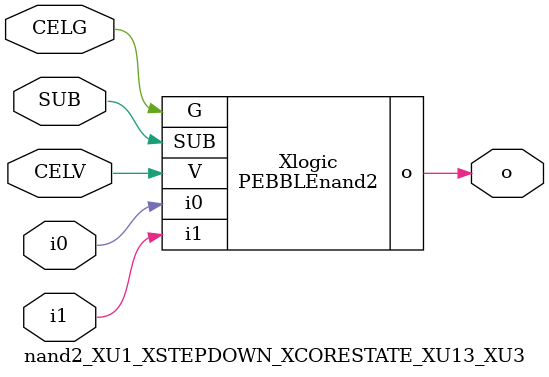
<source format=v>



module PEBBLEnand2 ( o, G, SUB, V, i0, i1 );

  input i0;
  input V;
  input i1;
  input G;
  output o;
  input SUB;
endmodule

//Celera Confidential Do Not Copy nand2_XU1_XSTEPDOWN_XCORESTATE_XU13_XU3
//Celera Confidential Symbol Generator
//5V NAND2
module nand2_XU1_XSTEPDOWN_XCORESTATE_XU13_XU3 (CELV,CELG,i0,i1,o,SUB);
input CELV;
input CELG;
input i0;
input i1;
input SUB;
output o;

//Celera Confidential Do Not Copy nand2
PEBBLEnand2 Xlogic(
.V (CELV),
.i0 (i0),
.i1 (i1),
.o (o),
.SUB (SUB),
.G (CELG)
);
//,diesize,PEBBLEnand2

//Celera Confidential Do Not Copy Module End
//Celera Schematic Generator
endmodule

</source>
